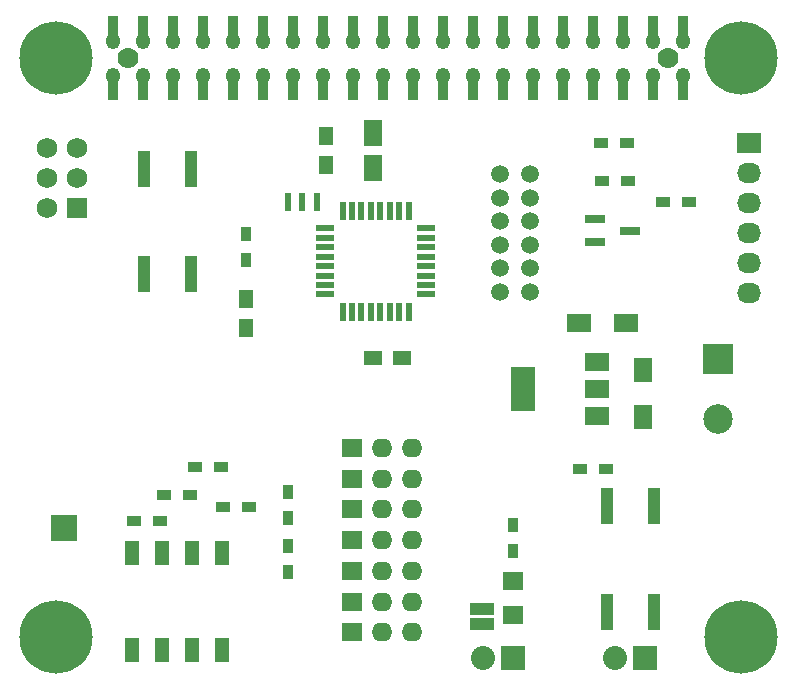
<source format=gbr>
G04 #@! TF.FileFunction,Soldermask,Top*
%FSLAX46Y46*%
G04 Gerber Fmt 4.6, Leading zero omitted, Abs format (unit mm)*
G04 Created by KiCad (PCBNEW 4.0.4+e1-6308~48~ubuntu14.04.1-stable) date Thu Jan 12 15:11:12 2017*
%MOMM*%
%LPD*%
G01*
G04 APERTURE LIST*
%ADD10C,0.100000*%
%ADD11R,0.550000X1.600000*%
%ADD12R,1.600000X0.550000*%
%ADD13C,6.200000*%
%ADD14R,1.250000X1.500000*%
%ADD15R,1.600000X2.000000*%
%ADD16R,2.000000X1.600000*%
%ADD17R,1.500000X1.250000*%
%ADD18R,1.800860X0.800100*%
%ADD19R,0.900000X1.200000*%
%ADD20R,2.032000X1.727200*%
%ADD21O,2.032000X1.727200*%
%ADD22R,2.032000X2.032000*%
%ADD23O,2.032000X2.032000*%
%ADD24R,2.500000X2.500000*%
%ADD25C,2.500000*%
%ADD26R,2.235200X2.235200*%
%ADD27C,1.750000*%
%ADD28R,1.750000X1.750000*%
%ADD29R,1.200000X0.900000*%
%ADD30C,1.500000*%
%ADD31R,0.600000X1.500000*%
%ADD32R,1.600200X2.199640*%
%ADD33R,1.800860X1.597660*%
%ADD34R,1.000000X3.100000*%
%ADD35R,2.000000X1.000000*%
%ADD36R,0.889000X1.676400*%
%ADD37O,1.200000X1.400000*%
%ADD38C,1.778000*%
%ADD39R,2.000000X3.800000*%
%ADD40R,2.000000X1.500000*%
%ADD41R,1.750000X1.600000*%
%ADD42O,1.750000X1.600000*%
%ADD43R,1.200000X2.150000*%
G04 APERTURE END LIST*
D10*
D11*
X109600000Y-61400000D03*
X108800000Y-61400000D03*
X108000000Y-61400000D03*
X107200000Y-61400000D03*
X106400000Y-61400000D03*
X105600000Y-61400000D03*
X104800000Y-61400000D03*
X104000000Y-61400000D03*
D12*
X102550000Y-62850000D03*
X102550000Y-63650000D03*
X102550000Y-64450000D03*
X102550000Y-65250000D03*
X102550000Y-66050000D03*
X102550000Y-66850000D03*
X102550000Y-67650000D03*
X102550000Y-68450000D03*
D11*
X104000000Y-69900000D03*
X104800000Y-69900000D03*
X105600000Y-69900000D03*
X106400000Y-69900000D03*
X107200000Y-69900000D03*
X108000000Y-69900000D03*
X108800000Y-69900000D03*
X109600000Y-69900000D03*
D12*
X111050000Y-68450000D03*
X111050000Y-67650000D03*
X111050000Y-66850000D03*
X111050000Y-66050000D03*
X111050000Y-65250000D03*
X111050000Y-64450000D03*
X111050000Y-63650000D03*
X111050000Y-62850000D03*
D13*
X137700000Y-48450000D03*
X137700000Y-97450000D03*
X79700000Y-97450000D03*
X79700000Y-48450000D03*
D14*
X102600000Y-57500000D03*
X102600000Y-55000000D03*
D15*
X129400000Y-74850000D03*
X129400000Y-78850000D03*
D16*
X124000000Y-70850000D03*
X128000000Y-70850000D03*
D14*
X95800000Y-71300000D03*
X95800000Y-68800000D03*
D17*
X106550000Y-73850000D03*
X109050000Y-73850000D03*
D18*
X125348860Y-62100000D03*
X125348860Y-64000000D03*
X128351140Y-63050000D03*
D19*
X118400000Y-87950000D03*
X118400000Y-90150000D03*
D20*
X138400000Y-55650000D03*
D21*
X138400000Y-58190000D03*
X138400000Y-60730000D03*
X138400000Y-63270000D03*
X138400000Y-65810000D03*
X138400000Y-68350000D03*
D22*
X118400000Y-99250000D03*
D23*
X115860000Y-99250000D03*
D22*
X129600000Y-99250000D03*
D23*
X127060000Y-99250000D03*
D24*
X135800000Y-73910000D03*
D25*
X135800000Y-78990000D03*
D26*
X80400000Y-88250000D03*
D27*
X79000000Y-56050000D03*
X81540000Y-56050000D03*
X79000000Y-58590000D03*
X81540000Y-58590000D03*
X79000000Y-61130000D03*
D28*
X81540000Y-61130000D03*
D29*
X128100000Y-55650000D03*
X125900000Y-55650000D03*
X96100000Y-86450000D03*
X93900000Y-86450000D03*
D30*
X117350000Y-68250000D03*
X117350000Y-66250000D03*
X117350000Y-64250000D03*
X117350000Y-62250000D03*
X117350000Y-60250000D03*
X117350000Y-58250000D03*
X119850000Y-68250000D03*
X119850000Y-66250000D03*
X119850000Y-64250000D03*
X119850000Y-62250000D03*
X119850000Y-60250000D03*
X119850000Y-58250000D03*
D29*
X128150000Y-58850000D03*
X125950000Y-58850000D03*
X133300000Y-60650000D03*
X131100000Y-60650000D03*
X124100000Y-83250000D03*
X126300000Y-83250000D03*
D19*
X95800000Y-65550000D03*
X95800000Y-63350000D03*
D31*
X101800000Y-60650000D03*
X100600000Y-60650000D03*
X99400000Y-60650000D03*
D32*
X106600000Y-57751140D03*
X106600000Y-54748860D03*
D33*
X118400000Y-92730140D03*
X118400000Y-95569860D03*
D34*
X130400000Y-86400000D03*
X130400000Y-95300000D03*
X126400000Y-95300000D03*
X126400000Y-86400000D03*
X87200000Y-66700000D03*
X87200000Y-57800000D03*
X91200000Y-57800000D03*
X91200000Y-66700000D03*
D35*
X115800000Y-95050000D03*
X115800000Y-96320000D03*
D29*
X88500000Y-87650000D03*
X86300000Y-87650000D03*
X91100000Y-85450000D03*
X88900000Y-85450000D03*
X93700000Y-83050000D03*
X91500000Y-83050000D03*
D36*
X102350000Y-45732200D03*
X94730000Y-51167800D03*
X84570000Y-51167800D03*
X125210000Y-45732200D03*
X127750000Y-45732200D03*
X132830000Y-45732200D03*
X130290000Y-45732200D03*
X104890000Y-45732200D03*
X107430000Y-45732200D03*
X112510000Y-45732200D03*
X109970000Y-45732200D03*
X120130000Y-45732200D03*
X122670000Y-45732200D03*
X117590000Y-45732200D03*
X115050000Y-45732200D03*
X94730000Y-45732200D03*
X97270000Y-45732200D03*
X99810000Y-45732200D03*
X89650000Y-45732200D03*
X92190000Y-45732200D03*
X87110000Y-45732200D03*
X84570000Y-45732200D03*
X132830000Y-51167800D03*
X130290000Y-51167800D03*
X125210000Y-51167800D03*
X127750000Y-51167800D03*
X117590000Y-51167800D03*
X115050000Y-51167800D03*
X120130000Y-51167800D03*
X122670000Y-51167800D03*
X112510000Y-51167800D03*
X109970000Y-51167800D03*
X104890000Y-51167800D03*
X107430000Y-51167800D03*
X87110000Y-51167800D03*
X89650000Y-51167800D03*
X92190000Y-51167800D03*
X102350000Y-51167800D03*
X99810000Y-51167800D03*
D37*
X112510000Y-49920000D03*
X109970000Y-49920000D03*
X115050000Y-49920000D03*
X117590000Y-49920000D03*
X127750000Y-49920000D03*
X125210000Y-49920000D03*
X120130000Y-49920000D03*
X122670000Y-49920000D03*
X130290000Y-49920000D03*
X132830000Y-49920000D03*
X107430000Y-49920000D03*
X104890000Y-49920000D03*
X97270000Y-49920000D03*
X94730000Y-49920000D03*
X99810000Y-49920000D03*
X102350000Y-49920000D03*
X92190000Y-49920000D03*
X89650000Y-49920000D03*
X84570000Y-49920000D03*
X87110000Y-49920000D03*
X87110000Y-46980000D03*
X84570000Y-46980000D03*
X89650000Y-46980000D03*
X92190000Y-46980000D03*
X102350000Y-46980000D03*
X99810000Y-46980000D03*
X94730000Y-46980000D03*
X97270000Y-46980000D03*
X104890000Y-46980000D03*
X107430000Y-46980000D03*
X132830000Y-46980000D03*
X130290000Y-46980000D03*
X122670000Y-46980000D03*
X120130000Y-46980000D03*
X125210000Y-46980000D03*
X127750000Y-46980000D03*
X117590000Y-46980000D03*
X115050000Y-46980000D03*
X109970000Y-46980000D03*
X112510000Y-46980000D03*
D36*
X97270000Y-51167800D03*
D38*
X85840000Y-48450000D03*
X131560000Y-48450000D03*
D19*
X99400000Y-91950000D03*
X99400000Y-89750000D03*
X99400000Y-87350000D03*
X99400000Y-85150000D03*
D39*
X119250000Y-76450000D03*
D40*
X125550000Y-76450000D03*
X125550000Y-74150000D03*
X125550000Y-78750000D03*
D41*
X104800000Y-84050000D03*
D42*
X107340000Y-84050000D03*
X109880000Y-84050000D03*
D41*
X104800000Y-86650000D03*
D42*
X107340000Y-86650000D03*
X109880000Y-86650000D03*
D41*
X104800000Y-89250000D03*
D42*
X107340000Y-89250000D03*
X109880000Y-89250000D03*
D41*
X104800000Y-91850000D03*
D42*
X107340000Y-91850000D03*
X109880000Y-91850000D03*
D41*
X104800000Y-94450000D03*
D42*
X107340000Y-94450000D03*
X109880000Y-94450000D03*
D41*
X104800000Y-97050000D03*
D42*
X107340000Y-97050000D03*
X109880000Y-97050000D03*
D41*
X104800000Y-81450000D03*
D42*
X107340000Y-81450000D03*
X109880000Y-81450000D03*
D43*
X93810000Y-90325000D03*
X91270000Y-90325000D03*
X88730000Y-90325000D03*
X86190000Y-90325000D03*
X86190000Y-98575000D03*
X88730000Y-98575000D03*
X91270000Y-98575000D03*
X93810000Y-98575000D03*
M02*

</source>
